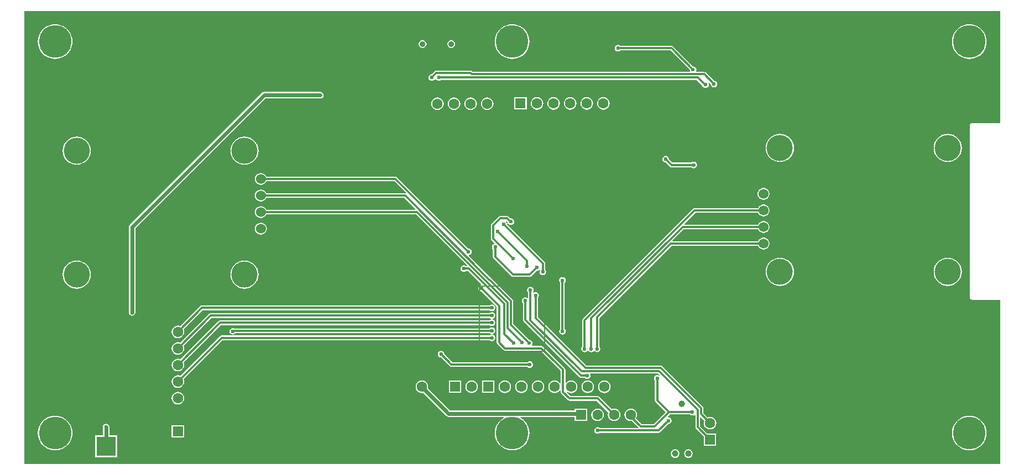
<source format=gbl>
G04*
G04 #@! TF.GenerationSoftware,Altium Limited,Altium NEXUS,2.1.9 (83)*
G04*
G04 Layer_Physical_Order=2*
G04 Layer_Color=16711680*
%FSLAX44Y44*%
%MOMM*%
G71*
G01*
G75*
%ADD11C,0.2000*%
%ADD79C,1.0000*%
%ADD103R,3.0000X3.0000*%
%ADD110C,0.3000*%
%ADD111C,0.6000*%
%ADD112C,1.6000*%
%ADD113R,1.6000X1.6000*%
%ADD114C,4.0000*%
%ADD115C,1.5240*%
%ADD116R,1.6000X1.6000*%
%ADD117C,5.0000*%
%ADD118C,0.9000*%
%ADD119C,0.6000*%
G36*
X1496941Y696941D02*
X1496941Y525059D01*
X1454000Y525059D01*
X1452829Y524826D01*
X1451837Y524163D01*
X1451174Y523171D01*
X1450941Y522000D01*
X1450941Y257500D01*
X1451174Y256329D01*
X1451837Y255337D01*
X1452829Y254674D01*
X1454000Y254441D01*
X1496941Y254441D01*
X1496942Y3059D01*
X3059Y3059D01*
X3059Y696941D01*
X1496941Y696941D01*
D02*
G37*
%LPC*%
G36*
X656797Y652517D02*
X654456Y652052D01*
X652472Y650726D01*
X651146Y648741D01*
X650680Y646400D01*
X651146Y644059D01*
X652472Y642074D01*
X654456Y640748D01*
X656797Y640283D01*
X659139Y640748D01*
X661123Y642074D01*
X662449Y644059D01*
X662915Y646400D01*
X662449Y648741D01*
X661123Y650726D01*
X659139Y652052D01*
X656797Y652517D01*
D02*
G37*
G36*
X612798D02*
X610456Y652052D01*
X608472Y650726D01*
X607146Y648741D01*
X606680Y646400D01*
X607146Y644059D01*
X608472Y642074D01*
X610456Y640748D01*
X612798Y640283D01*
X615139Y640748D01*
X617123Y642074D01*
X618449Y644059D01*
X618915Y646400D01*
X618449Y648741D01*
X617123Y650726D01*
X615139Y652052D01*
X612798Y652517D01*
D02*
G37*
G36*
X1450000Y676582D02*
X1445842Y676255D01*
X1441786Y675281D01*
X1437932Y673685D01*
X1434375Y671505D01*
X1431204Y668796D01*
X1428495Y665624D01*
X1426315Y662068D01*
X1424719Y658214D01*
X1423745Y654158D01*
X1423418Y650000D01*
X1423745Y645842D01*
X1424719Y641786D01*
X1426315Y637932D01*
X1428495Y634375D01*
X1431204Y631204D01*
X1434375Y628495D01*
X1437932Y626315D01*
X1441786Y624719D01*
X1445842Y623745D01*
X1450000Y623418D01*
X1454158Y623745D01*
X1458214Y624719D01*
X1462068Y626315D01*
X1465625Y628495D01*
X1468796Y631204D01*
X1471505Y634375D01*
X1473685Y637932D01*
X1475281Y641786D01*
X1476255Y645842D01*
X1476582Y650000D01*
X1476255Y654158D01*
X1475281Y658214D01*
X1473685Y662068D01*
X1471505Y665624D01*
X1468796Y668796D01*
X1465625Y671505D01*
X1462068Y673685D01*
X1458214Y675281D01*
X1454158Y676255D01*
X1450000Y676582D01*
D02*
G37*
G36*
X750000D02*
X745842Y676255D01*
X741786Y675281D01*
X737932Y673685D01*
X734376Y671505D01*
X731204Y668796D01*
X728495Y665624D01*
X726315Y662068D01*
X724719Y658214D01*
X723745Y654158D01*
X723418Y650000D01*
X723745Y645842D01*
X724719Y641786D01*
X726315Y637932D01*
X728495Y634375D01*
X731204Y631204D01*
X734376Y628495D01*
X737932Y626315D01*
X741786Y624719D01*
X745842Y623745D01*
X750000Y623418D01*
X754158Y623745D01*
X758214Y624719D01*
X762068Y626315D01*
X765624Y628495D01*
X768796Y631204D01*
X771505Y634375D01*
X773685Y637932D01*
X775281Y641786D01*
X776255Y645842D01*
X776582Y650000D01*
X776255Y654158D01*
X775281Y658214D01*
X773685Y662068D01*
X771505Y665624D01*
X768796Y668796D01*
X765624Y671505D01*
X762068Y673685D01*
X758214Y675281D01*
X754158Y676255D01*
X750000Y676582D01*
D02*
G37*
G36*
X50000D02*
X45842Y676255D01*
X41786Y675281D01*
X37932Y673685D01*
X34376Y671505D01*
X31204Y668796D01*
X28495Y665624D01*
X26315Y662068D01*
X24719Y658214D01*
X23745Y654158D01*
X23418Y650000D01*
X23745Y645842D01*
X24719Y641786D01*
X26315Y637932D01*
X28495Y634375D01*
X31204Y631204D01*
X34376Y628495D01*
X37932Y626315D01*
X41786Y624719D01*
X45842Y623745D01*
X50000Y623418D01*
X54158Y623745D01*
X58214Y624719D01*
X62068Y626315D01*
X65624Y628495D01*
X68796Y631204D01*
X71505Y634375D01*
X73685Y637932D01*
X75281Y641786D01*
X76255Y645842D01*
X76582Y650000D01*
X76255Y654158D01*
X75281Y658214D01*
X73685Y662068D01*
X71505Y665624D01*
X68796Y668796D01*
X65624Y671505D01*
X62068Y673685D01*
X58214Y675281D01*
X54158Y676255D01*
X50000Y676582D01*
D02*
G37*
G36*
X912000Y645098D02*
X910049Y644710D01*
X908395Y643605D01*
X907290Y641951D01*
X906902Y640000D01*
X907290Y638049D01*
X908395Y636395D01*
X910049Y635290D01*
X912000Y634902D01*
X913951Y635290D01*
X915605Y636395D01*
X915629Y636431D01*
X992519D01*
X1021908Y607042D01*
X1021900Y606999D01*
X1022288Y605048D01*
X1022528Y604689D01*
X1021929Y603569D01*
X689478D01*
X688523Y604523D01*
X687366Y605297D01*
X686000Y605569D01*
X634000D01*
X632634Y605297D01*
X631477Y604523D01*
X627043Y600089D01*
X627000Y600098D01*
X625049Y599710D01*
X623395Y598605D01*
X622290Y596951D01*
X621902Y595000D01*
X622290Y593049D01*
X623395Y591395D01*
X625049Y590290D01*
X627000Y589902D01*
X628951Y590290D01*
X630605Y591395D01*
X631710Y593049D01*
X631853Y593766D01*
X633147D01*
X633290Y593049D01*
X634395Y591395D01*
X636049Y590290D01*
X638000Y589902D01*
X639951Y590290D01*
X641605Y591395D01*
X641629Y591431D01*
X1032522D01*
X1041138Y582816D01*
X1041290Y582049D01*
X1042395Y580395D01*
X1044049Y579290D01*
X1046000Y578902D01*
X1047951Y579290D01*
X1049605Y580395D01*
X1050710Y582049D01*
X1051098Y584000D01*
X1050710Y585951D01*
X1050298Y586568D01*
X1051000Y587803D01*
X1051159Y587794D01*
X1053911Y585043D01*
X1053902Y585000D01*
X1054290Y583049D01*
X1055395Y581395D01*
X1057049Y580290D01*
X1059000Y579902D01*
X1060951Y580290D01*
X1062605Y581395D01*
X1063710Y583049D01*
X1064098Y585000D01*
X1063710Y586951D01*
X1062605Y588605D01*
X1060951Y589710D01*
X1059000Y590098D01*
X1058957Y590089D01*
X1046523Y602523D01*
X1045366Y603297D01*
X1044000Y603569D01*
X1032066D01*
X1031468Y604689D01*
X1031708Y605048D01*
X1032096Y606999D01*
X1031708Y608950D01*
X1030603Y610604D01*
X1028949Y611709D01*
X1026998Y612097D01*
X1026955Y612088D01*
X996520Y642523D01*
X995362Y643297D01*
X993997Y643569D01*
X915629D01*
X915605Y643605D01*
X913951Y644710D01*
X912000Y645098D01*
D02*
G37*
G36*
X772230Y564840D02*
X753230D01*
Y545840D01*
X772230D01*
Y564840D01*
D02*
G37*
G36*
X889730Y564922D02*
X887250Y564596D01*
X884939Y563639D01*
X882954Y562116D01*
X881431Y560131D01*
X880474Y557820D01*
X880148Y555340D01*
X880474Y552860D01*
X881431Y550549D01*
X882954Y548565D01*
X884939Y547042D01*
X887250Y546085D01*
X889730Y545759D01*
X892210Y546085D01*
X894521Y547042D01*
X896505Y548565D01*
X898028Y550549D01*
X898985Y552860D01*
X899312Y555340D01*
X898985Y557820D01*
X898028Y560131D01*
X896505Y562116D01*
X894521Y563639D01*
X892210Y564596D01*
X889730Y564922D01*
D02*
G37*
G36*
X864330D02*
X861850Y564596D01*
X859539Y563639D01*
X857554Y562116D01*
X856031Y560131D01*
X855074Y557820D01*
X854748Y555340D01*
X855074Y552860D01*
X856031Y550549D01*
X857554Y548565D01*
X859539Y547042D01*
X861850Y546085D01*
X864330Y545759D01*
X866810Y546085D01*
X869121Y547042D01*
X871105Y548565D01*
X872628Y550549D01*
X873585Y552860D01*
X873912Y555340D01*
X873585Y557820D01*
X872628Y560131D01*
X871105Y562116D01*
X869121Y563639D01*
X866810Y564596D01*
X864330Y564922D01*
D02*
G37*
G36*
X838930D02*
X836450Y564596D01*
X834139Y563639D01*
X832154Y562116D01*
X830631Y560131D01*
X829674Y557820D01*
X829348Y555340D01*
X829674Y552860D01*
X830631Y550549D01*
X832154Y548565D01*
X834139Y547042D01*
X836450Y546085D01*
X838930Y545759D01*
X841410Y546085D01*
X843721Y547042D01*
X845705Y548565D01*
X847228Y550549D01*
X848185Y552860D01*
X848512Y555340D01*
X848185Y557820D01*
X847228Y560131D01*
X845705Y562116D01*
X843721Y563639D01*
X841410Y564596D01*
X838930Y564922D01*
D02*
G37*
G36*
X813530D02*
X811050Y564596D01*
X808739Y563639D01*
X806754Y562116D01*
X805231Y560131D01*
X804274Y557820D01*
X803948Y555340D01*
X804274Y552860D01*
X805231Y550549D01*
X806754Y548565D01*
X808739Y547042D01*
X811050Y546085D01*
X813530Y545759D01*
X816010Y546085D01*
X818321Y547042D01*
X820305Y548565D01*
X821828Y550549D01*
X822785Y552860D01*
X823111Y555340D01*
X822785Y557820D01*
X821828Y560131D01*
X820305Y562116D01*
X818321Y563639D01*
X816010Y564596D01*
X813530Y564922D01*
D02*
G37*
G36*
X788130D02*
X785650Y564596D01*
X783339Y563639D01*
X781354Y562116D01*
X779831Y560131D01*
X778874Y557820D01*
X778548Y555340D01*
X778874Y552860D01*
X779831Y550549D01*
X781354Y548565D01*
X783339Y547042D01*
X785650Y546085D01*
X788130Y545759D01*
X790610Y546085D01*
X792921Y547042D01*
X794905Y548565D01*
X796428Y550549D01*
X797385Y552860D01*
X797711Y555340D01*
X797385Y557820D01*
X796428Y560131D01*
X794905Y562116D01*
X792921Y563639D01*
X790610Y564596D01*
X788130Y564922D01*
D02*
G37*
G36*
X711930Y564582D02*
X709450Y564255D01*
X707139Y563298D01*
X705154Y561776D01*
X703632Y559791D01*
X702674Y557480D01*
X702348Y555000D01*
X702674Y552520D01*
X703632Y550209D01*
X705154Y548225D01*
X707139Y546702D01*
X709450Y545745D01*
X711930Y545418D01*
X714410Y545745D01*
X716721Y546702D01*
X718705Y548225D01*
X720228Y550209D01*
X721186Y552520D01*
X721512Y555000D01*
X721186Y557480D01*
X720228Y559791D01*
X718705Y561776D01*
X716721Y563298D01*
X714410Y564255D01*
X711930Y564582D01*
D02*
G37*
G36*
X686530D02*
X684050Y564255D01*
X681739Y563298D01*
X679754Y561776D01*
X678232Y559791D01*
X677274Y557480D01*
X676948Y555000D01*
X677274Y552520D01*
X678232Y550209D01*
X679754Y548225D01*
X681739Y546702D01*
X684050Y545745D01*
X686530Y545418D01*
X689010Y545745D01*
X691321Y546702D01*
X693305Y548225D01*
X694828Y550209D01*
X695786Y552520D01*
X696112Y555000D01*
X695786Y557480D01*
X694828Y559791D01*
X693305Y561776D01*
X691321Y563298D01*
X689010Y564255D01*
X686530Y564582D01*
D02*
G37*
G36*
X661130D02*
X658650Y564255D01*
X656339Y563298D01*
X654354Y561776D01*
X652832Y559791D01*
X651874Y557480D01*
X651548Y555000D01*
X651874Y552520D01*
X652832Y550209D01*
X654354Y548225D01*
X656339Y546702D01*
X658650Y545745D01*
X661130Y545418D01*
X663610Y545745D01*
X665921Y546702D01*
X667905Y548225D01*
X669428Y550209D01*
X670386Y552520D01*
X670712Y555000D01*
X670386Y557480D01*
X669428Y559791D01*
X667905Y561776D01*
X665921Y563298D01*
X663610Y564255D01*
X661130Y564582D01*
D02*
G37*
G36*
X635730D02*
X633250Y564255D01*
X630939Y563298D01*
X628955Y561776D01*
X627432Y559791D01*
X626474Y557480D01*
X626148Y555000D01*
X626474Y552520D01*
X627432Y550209D01*
X628955Y548225D01*
X630939Y546702D01*
X633250Y545745D01*
X635730Y545418D01*
X638210Y545745D01*
X640521Y546702D01*
X642505Y548225D01*
X644028Y550209D01*
X644986Y552520D01*
X645312Y555000D01*
X644986Y557480D01*
X644028Y559791D01*
X642505Y561776D01*
X640521Y563298D01*
X638210Y564255D01*
X635730Y564582D01*
D02*
G37*
G36*
X1416926Y508684D02*
X1412711Y508269D01*
X1408658Y507039D01*
X1404924Y505043D01*
X1401650Y502356D01*
X1398963Y499082D01*
X1396967Y495348D01*
X1395737Y491295D01*
X1395322Y487080D01*
X1395737Y482865D01*
X1396967Y478812D01*
X1398963Y475078D01*
X1401650Y471804D01*
X1404924Y469117D01*
X1408658Y467121D01*
X1412711Y465891D01*
X1416926Y465476D01*
X1421141Y465891D01*
X1425193Y467121D01*
X1428929Y469117D01*
X1432202Y471804D01*
X1434889Y475078D01*
X1436886Y478812D01*
X1438115Y482865D01*
X1438530Y487080D01*
X1438115Y491295D01*
X1436886Y495348D01*
X1434889Y499082D01*
X1432202Y502356D01*
X1428929Y505043D01*
X1425193Y507039D01*
X1421141Y508269D01*
X1416926Y508684D01*
D02*
G37*
G36*
X1159926D02*
X1155711Y508269D01*
X1151658Y507039D01*
X1147924Y505043D01*
X1144650Y502356D01*
X1141963Y499082D01*
X1139967Y495348D01*
X1138737Y491295D01*
X1138322Y487080D01*
X1138737Y482865D01*
X1139967Y478812D01*
X1141963Y475078D01*
X1144650Y471804D01*
X1147924Y469117D01*
X1151658Y467121D01*
X1155711Y465891D01*
X1159926Y465476D01*
X1164141Y465891D01*
X1168194Y467121D01*
X1171928Y469117D01*
X1175202Y471804D01*
X1177889Y475078D01*
X1179885Y478812D01*
X1181115Y482865D01*
X1181530Y487080D01*
X1181115Y491295D01*
X1179885Y495348D01*
X1177889Y499082D01*
X1175202Y502356D01*
X1171928Y505043D01*
X1168194Y507039D01*
X1164141Y508269D01*
X1159926Y508684D01*
D02*
G37*
G36*
X340074Y504524D02*
X335859Y504109D01*
X331806Y502879D01*
X328072Y500883D01*
X324798Y498196D01*
X322111Y494923D01*
X320115Y491188D01*
X318885Y487135D01*
X318470Y482920D01*
X318885Y478705D01*
X320115Y474652D01*
X322111Y470918D01*
X324798Y467644D01*
X328072Y464957D01*
X331806Y462961D01*
X335859Y461731D01*
X340074Y461316D01*
X344289Y461731D01*
X348341Y462961D01*
X352076Y464957D01*
X355350Y467644D01*
X358037Y470918D01*
X360033Y474652D01*
X361263Y478705D01*
X361678Y482920D01*
X361263Y487135D01*
X360033Y491188D01*
X358037Y494923D01*
X355350Y498196D01*
X352076Y500883D01*
X348341Y502879D01*
X344289Y504109D01*
X340074Y504524D01*
D02*
G37*
G36*
X83074D02*
X78859Y504109D01*
X74806Y502879D01*
X71072Y500883D01*
X67798Y498196D01*
X65111Y494923D01*
X63115Y491188D01*
X61885Y487135D01*
X61470Y482920D01*
X61885Y478705D01*
X63115Y474652D01*
X65111Y470918D01*
X67798Y467644D01*
X71072Y464957D01*
X74806Y462961D01*
X78859Y461731D01*
X83074Y461316D01*
X87289Y461731D01*
X91341Y462961D01*
X95077Y464957D01*
X98350Y467644D01*
X101037Y470918D01*
X103034Y474652D01*
X104263Y478705D01*
X104678Y482920D01*
X104263Y487135D01*
X103034Y491188D01*
X101037Y494923D01*
X98350Y498196D01*
X95077Y500883D01*
X91341Y502879D01*
X87289Y504109D01*
X83074Y504524D01*
D02*
G37*
G36*
X985000Y475098D02*
X983049Y474710D01*
X981395Y473605D01*
X980290Y471951D01*
X979902Y470000D01*
X980290Y468049D01*
X981395Y466395D01*
X983049Y465290D01*
X985000Y464902D01*
X985043Y464911D01*
X991477Y458477D01*
X992634Y457703D01*
X994000Y457431D01*
X1024371D01*
X1024395Y457395D01*
X1026049Y456290D01*
X1028000Y455902D01*
X1029951Y456290D01*
X1031605Y457395D01*
X1032710Y459049D01*
X1033098Y461000D01*
X1032710Y462951D01*
X1031605Y464605D01*
X1029951Y465710D01*
X1028000Y466098D01*
X1026049Y465710D01*
X1024395Y464605D01*
X1024371Y464569D01*
X995478D01*
X990089Y469957D01*
X990098Y470000D01*
X989710Y471951D01*
X988605Y473605D01*
X986951Y474710D01*
X985000Y475098D01*
D02*
G37*
G36*
X365074Y448719D02*
X362693Y448405D01*
X360475Y447486D01*
X358569Y446025D01*
X357108Y444119D01*
X356189Y441901D01*
X355875Y439520D01*
X356189Y437139D01*
X357108Y434921D01*
X358569Y433016D01*
X360475Y431554D01*
X362693Y430635D01*
X365074Y430321D01*
X367455Y430635D01*
X369673Y431554D01*
X371578Y433016D01*
X373040Y434921D01*
X373467Y435951D01*
X570002D01*
X587205Y418748D01*
X586580Y417578D01*
X586022Y417689D01*
X373467D01*
X373040Y418719D01*
X371578Y420625D01*
X369673Y422086D01*
X367455Y423005D01*
X365074Y423319D01*
X362693Y423005D01*
X360475Y422086D01*
X358569Y420625D01*
X357108Y418719D01*
X356189Y416501D01*
X355875Y414120D01*
X356189Y411739D01*
X357108Y409521D01*
X358569Y407616D01*
X360475Y406154D01*
X362693Y405235D01*
X365074Y404921D01*
X367455Y405235D01*
X369673Y406154D01*
X371578Y407616D01*
X373040Y409521D01*
X373467Y410551D01*
X584544D01*
X601633Y393462D01*
X601147Y392289D01*
X373467D01*
X373040Y393319D01*
X371578Y395224D01*
X369673Y396686D01*
X367455Y397605D01*
X365074Y397919D01*
X362693Y397605D01*
X360475Y396686D01*
X358569Y395224D01*
X357108Y393319D01*
X356189Y391101D01*
X355875Y388720D01*
X356189Y386339D01*
X357108Y384121D01*
X358569Y382215D01*
X360475Y380754D01*
X362693Y379835D01*
X365074Y379521D01*
X367455Y379835D01*
X369673Y380754D01*
X371578Y382215D01*
X373040Y384121D01*
X373467Y385151D01*
X602873D01*
X681282Y306742D01*
X680816Y305616D01*
X679623Y305578D01*
X679605Y305605D01*
X677951Y306710D01*
X676000Y307098D01*
X674049Y306710D01*
X672395Y305605D01*
X671290Y303951D01*
X670902Y302000D01*
X671290Y300049D01*
X672395Y298395D01*
X674049Y297290D01*
X676000Y296902D01*
X677951Y297290D01*
X679605Y298395D01*
X679629Y298431D01*
X682522D01*
X702633Y278320D01*
X702215Y276942D01*
X701049Y276710D01*
X699395Y275605D01*
X698290Y273951D01*
X697902Y272000D01*
X698290Y270049D01*
X699395Y268395D01*
X701049Y267290D01*
X703000Y266902D01*
X703043Y266910D01*
X723256Y246697D01*
X722447Y245710D01*
X720951Y246710D01*
X719000Y247098D01*
X717049Y246710D01*
X715395Y245605D01*
X715371Y245569D01*
X274800D01*
X273434Y245297D01*
X272277Y244523D01*
X241702Y213949D01*
X240480Y214456D01*
X238000Y214782D01*
X235520Y214456D01*
X233209Y213498D01*
X231225Y211975D01*
X229702Y209991D01*
X228745Y207680D01*
X228418Y205200D01*
X228745Y202720D01*
X229702Y200409D01*
X231225Y198424D01*
X233209Y196902D01*
X235520Y195944D01*
X238000Y195618D01*
X240480Y195944D01*
X242791Y196902D01*
X244776Y198424D01*
X246298Y200409D01*
X247255Y202720D01*
X247582Y205200D01*
X247255Y207680D01*
X246749Y208902D01*
X276278Y238431D01*
X715371D01*
X715395Y238395D01*
X717049Y237290D01*
X719000Y236902D01*
X720951Y237290D01*
X722605Y238395D01*
X723710Y240049D01*
X724098Y242000D01*
X723710Y243951D01*
X722710Y245447D01*
X723697Y246256D01*
X726431Y243522D01*
Y189000D01*
X726703Y187634D01*
X727477Y186477D01*
X736477Y177477D01*
X737634Y176703D01*
X739000Y176431D01*
X793522D01*
X814977Y154977D01*
X815276Y154776D01*
X815477Y154477D01*
X824431Y145522D01*
Y125891D01*
X823161Y125638D01*
X823098Y125791D01*
X821575Y127775D01*
X819591Y129298D01*
X817280Y130255D01*
X814800Y130582D01*
X812320Y130255D01*
X810009Y129298D01*
X808025Y127775D01*
X806502Y125791D01*
X805545Y123480D01*
X805218Y121000D01*
X805545Y118520D01*
X806502Y116209D01*
X808025Y114225D01*
X810009Y112702D01*
X812320Y111745D01*
X814800Y111418D01*
X817280Y111745D01*
X819591Y112702D01*
X821575Y114225D01*
X823098Y116209D01*
X823161Y116362D01*
X824431Y116109D01*
Y113000D01*
X824703Y111634D01*
X825477Y110477D01*
X835477Y100477D01*
X836634Y99703D01*
X838000Y99431D01*
X879522D01*
X897251Y81702D01*
X896745Y80480D01*
X896418Y78000D01*
X896745Y75520D01*
X897702Y73209D01*
X899224Y71224D01*
X901209Y69702D01*
X903520Y68745D01*
X906000Y68418D01*
X908480Y68745D01*
X910791Y69702D01*
X912775Y71224D01*
X914298Y73209D01*
X915255Y75520D01*
X915582Y78000D01*
X915255Y80480D01*
X914298Y82791D01*
X912775Y84775D01*
X910791Y86298D01*
X908480Y87255D01*
X906000Y87582D01*
X903520Y87255D01*
X902298Y86749D01*
X883523Y105523D01*
X882366Y106297D01*
X881000Y106569D01*
X839478D01*
X833418Y112629D01*
X834257Y113586D01*
X835409Y112702D01*
X837720Y111745D01*
X840200Y111418D01*
X842680Y111745D01*
X844991Y112702D01*
X846975Y114225D01*
X848498Y116209D01*
X849455Y118520D01*
X849782Y121000D01*
X849455Y123480D01*
X848498Y125791D01*
X846975Y127775D01*
X844991Y129298D01*
X842680Y130255D01*
X840200Y130582D01*
X837720Y130255D01*
X835409Y129298D01*
X833425Y127775D01*
X832839Y127012D01*
X831569Y127443D01*
Y147000D01*
X831297Y148366D01*
X830523Y149523D01*
X820523Y159523D01*
X820224Y159724D01*
X820023Y160023D01*
X797523Y182523D01*
X796366Y183297D01*
X795000Y183569D01*
X780480D01*
X779901Y184839D01*
X780710Y186049D01*
X781098Y188000D01*
X780710Y189951D01*
X779605Y191605D01*
X777951Y192710D01*
X776000Y193098D01*
X775957Y193090D01*
X751569Y217478D01*
Y252142D01*
X751297Y253508D01*
X750523Y254666D01*
X718094Y287094D01*
X717837Y287266D01*
X717665Y287523D01*
X683485Y321704D01*
X683903Y323082D01*
X684951Y323290D01*
X686605Y324395D01*
X687710Y326049D01*
X688098Y328000D01*
X687710Y329951D01*
X686605Y331605D01*
X684951Y332710D01*
X683000Y333098D01*
X682957Y333089D01*
X574003Y442043D01*
X572846Y442817D01*
X571480Y443089D01*
X373467D01*
X373040Y444119D01*
X371578Y446025D01*
X369673Y447486D01*
X367455Y448405D01*
X365074Y448719D01*
D02*
G37*
G36*
X1134926Y425879D02*
X1132545Y425565D01*
X1130327Y424646D01*
X1128421Y423185D01*
X1126960Y421279D01*
X1126041Y419061D01*
X1125727Y416680D01*
X1126041Y414299D01*
X1126960Y412081D01*
X1128421Y410176D01*
X1130327Y408714D01*
X1132545Y407795D01*
X1134926Y407481D01*
X1137307Y407795D01*
X1139525Y408714D01*
X1141431Y410176D01*
X1142892Y412081D01*
X1143811Y414299D01*
X1144125Y416680D01*
X1143811Y419061D01*
X1142892Y421279D01*
X1141431Y423185D01*
X1139525Y424646D01*
X1137307Y425565D01*
X1134926Y425879D01*
D02*
G37*
G36*
Y400479D02*
X1132545Y400165D01*
X1130327Y399246D01*
X1128421Y397785D01*
X1126960Y395879D01*
X1126533Y394849D01*
X1029280D01*
X1027914Y394577D01*
X1026757Y393803D01*
X858477Y225523D01*
X857703Y224366D01*
X857431Y223000D01*
Y182629D01*
X857395Y182605D01*
X856290Y180951D01*
X855902Y179000D01*
X856290Y177049D01*
X857395Y175395D01*
X859049Y174290D01*
X861000Y173902D01*
X862951Y174290D01*
X864605Y175395D01*
X865236Y176340D01*
X866764D01*
X867395Y175395D01*
X869049Y174290D01*
X871000Y173902D01*
X872951Y174290D01*
X874605Y175395D01*
X874865Y175785D01*
X876135D01*
X876395Y175395D01*
X878049Y174290D01*
X880000Y173902D01*
X881951Y174290D01*
X883605Y175395D01*
X884710Y177049D01*
X885098Y179000D01*
X884710Y180951D01*
X883605Y182605D01*
X883569Y182629D01*
Y226380D01*
X994100Y336911D01*
X1126533D01*
X1126960Y335881D01*
X1128421Y333976D01*
X1130327Y332514D01*
X1132545Y331595D01*
X1134926Y331281D01*
X1137307Y331595D01*
X1139525Y332514D01*
X1141431Y333976D01*
X1142892Y335881D01*
X1143811Y338099D01*
X1144125Y340480D01*
X1143811Y342861D01*
X1142892Y345079D01*
X1141431Y346984D01*
X1139525Y348446D01*
X1137307Y349365D01*
X1134926Y349679D01*
X1132545Y349365D01*
X1130327Y348446D01*
X1128421Y346984D01*
X1126960Y345079D01*
X1126533Y344049D01*
X995826D01*
X995340Y345222D01*
X1012429Y362311D01*
X1126533D01*
X1126960Y361281D01*
X1128421Y359376D01*
X1130327Y357914D01*
X1132545Y356995D01*
X1134926Y356681D01*
X1137307Y356995D01*
X1139525Y357914D01*
X1141431Y359376D01*
X1142892Y361281D01*
X1143811Y363499D01*
X1144125Y365880D01*
X1143811Y368261D01*
X1142892Y370479D01*
X1141431Y372384D01*
X1139525Y373846D01*
X1137307Y374765D01*
X1134926Y375079D01*
X1132545Y374765D01*
X1130327Y373846D01*
X1128421Y372384D01*
X1126960Y370479D01*
X1126533Y369449D01*
X1014155D01*
X1013669Y370622D01*
X1030758Y387711D01*
X1126533D01*
X1126960Y386681D01*
X1128421Y384776D01*
X1130327Y383314D01*
X1132545Y382395D01*
X1134926Y382081D01*
X1137307Y382395D01*
X1139525Y383314D01*
X1141431Y384776D01*
X1142892Y386681D01*
X1143811Y388899D01*
X1144125Y391280D01*
X1143811Y393661D01*
X1142892Y395879D01*
X1141431Y397785D01*
X1139525Y399246D01*
X1137307Y400165D01*
X1134926Y400479D01*
D02*
G37*
G36*
X742393Y382569D02*
X732000D01*
X730634Y382297D01*
X729477Y381523D01*
X718477Y370523D01*
X717703Y369366D01*
X717431Y368000D01*
Y348000D01*
X717703Y346634D01*
X718477Y345477D01*
X722927Y341026D01*
X722558Y339811D01*
X722049Y339710D01*
X720395Y338605D01*
X719290Y336951D01*
X718902Y335000D01*
X719290Y333049D01*
X720395Y331395D01*
X720431Y331371D01*
Y320000D01*
X720703Y318634D01*
X721477Y317477D01*
X748477Y290477D01*
X749634Y289703D01*
X751000Y289431D01*
X777000D01*
X778366Y289703D01*
X779523Y290477D01*
X787957Y298911D01*
X788000Y298902D01*
X789951Y299290D01*
X791280Y300178D01*
X792429Y299988D01*
X792754Y299828D01*
X792796Y299708D01*
X792290Y298951D01*
X791902Y297000D01*
X792290Y295049D01*
X793395Y293395D01*
X795049Y292290D01*
X797000Y291902D01*
X798951Y292290D01*
X800605Y293395D01*
X801710Y295049D01*
X802098Y297000D01*
X801710Y298951D01*
X800605Y300605D01*
X800569Y300629D01*
Y310000D01*
X800297Y311366D01*
X799523Y312523D01*
X742089Y369957D01*
X742098Y370000D01*
X741710Y371951D01*
X740605Y373605D01*
X740933Y374913D01*
X741352Y374995D01*
X743040Y373307D01*
X743290Y372049D01*
X744395Y370395D01*
X746049Y369290D01*
X748000Y368902D01*
X749951Y369290D01*
X751605Y370395D01*
X752710Y372049D01*
X753098Y374000D01*
X752710Y375951D01*
X751605Y377605D01*
X749951Y378710D01*
X748000Y379098D01*
X747451Y378989D01*
X744917Y381523D01*
X743759Y382297D01*
X742393Y382569D01*
D02*
G37*
G36*
X365074Y372519D02*
X362693Y372205D01*
X360475Y371286D01*
X358569Y369824D01*
X357108Y367919D01*
X356189Y365701D01*
X355875Y363320D01*
X356189Y360939D01*
X357108Y358721D01*
X358569Y356815D01*
X360475Y355354D01*
X362693Y354435D01*
X365074Y354121D01*
X367455Y354435D01*
X369673Y355354D01*
X371578Y356815D01*
X373040Y358721D01*
X373959Y360939D01*
X374273Y363320D01*
X373959Y365701D01*
X373040Y367919D01*
X371578Y369824D01*
X369673Y371286D01*
X367455Y372205D01*
X365074Y372519D01*
D02*
G37*
G36*
X1416926Y318684D02*
X1412711Y318269D01*
X1408658Y317040D01*
X1404924Y315043D01*
X1401650Y312356D01*
X1398963Y309083D01*
X1396967Y305347D01*
X1395737Y301295D01*
X1395322Y297080D01*
X1395737Y292865D01*
X1396967Y288813D01*
X1398963Y285077D01*
X1401650Y281804D01*
X1404924Y279117D01*
X1408658Y277120D01*
X1412711Y275891D01*
X1416926Y275476D01*
X1421141Y275891D01*
X1425193Y277120D01*
X1428929Y279117D01*
X1432202Y281804D01*
X1434889Y285077D01*
X1436886Y288813D01*
X1438115Y292865D01*
X1438530Y297080D01*
X1438115Y301295D01*
X1436886Y305347D01*
X1434889Y309083D01*
X1432202Y312356D01*
X1428929Y315043D01*
X1425193Y317040D01*
X1421141Y318269D01*
X1416926Y318684D01*
D02*
G37*
G36*
X1159926D02*
X1155711Y318269D01*
X1151658Y317040D01*
X1147924Y315043D01*
X1144650Y312356D01*
X1141963Y309083D01*
X1139967Y305347D01*
X1138737Y301295D01*
X1138322Y297080D01*
X1138737Y292865D01*
X1139967Y288813D01*
X1141963Y285077D01*
X1144650Y281804D01*
X1147924Y279117D01*
X1151658Y277120D01*
X1155711Y275891D01*
X1159926Y275476D01*
X1164141Y275891D01*
X1168194Y277120D01*
X1171928Y279117D01*
X1175202Y281804D01*
X1177889Y285077D01*
X1179885Y288813D01*
X1181115Y292865D01*
X1181530Y297080D01*
X1181115Y301295D01*
X1179885Y305347D01*
X1177889Y309083D01*
X1175202Y312356D01*
X1171928Y315043D01*
X1168194Y317040D01*
X1164141Y318269D01*
X1159926Y318684D01*
D02*
G37*
G36*
X340074Y314524D02*
X335859Y314109D01*
X331806Y312880D01*
X328072Y310883D01*
X324798Y308196D01*
X322111Y304923D01*
X320115Y301187D01*
X318885Y297135D01*
X318470Y292920D01*
X318885Y288705D01*
X320115Y284653D01*
X322111Y280917D01*
X324798Y277644D01*
X328072Y274957D01*
X331806Y272960D01*
X335859Y271731D01*
X340074Y271316D01*
X344289Y271731D01*
X348341Y272960D01*
X352076Y274957D01*
X355350Y277644D01*
X358037Y280917D01*
X360033Y284653D01*
X361263Y288705D01*
X361678Y292920D01*
X361263Y297135D01*
X360033Y301187D01*
X358037Y304923D01*
X355350Y308196D01*
X352076Y310883D01*
X348341Y312880D01*
X344289Y314109D01*
X340074Y314524D01*
D02*
G37*
G36*
X83074D02*
X78859Y314109D01*
X74806Y312880D01*
X71072Y310883D01*
X67798Y308196D01*
X65111Y304923D01*
X63115Y301187D01*
X61885Y297135D01*
X61470Y292920D01*
X61885Y288705D01*
X63115Y284653D01*
X65111Y280917D01*
X67798Y277644D01*
X71072Y274957D01*
X74806Y272960D01*
X78859Y271731D01*
X83074Y271316D01*
X87289Y271731D01*
X91341Y272960D01*
X95077Y274957D01*
X98350Y277644D01*
X101037Y280917D01*
X103034Y284653D01*
X104263Y288705D01*
X104678Y292920D01*
X104263Y297135D01*
X103034Y301187D01*
X101037Y304923D01*
X98350Y308196D01*
X95077Y310883D01*
X91341Y312880D01*
X87289Y314109D01*
X83074Y314524D01*
D02*
G37*
G36*
X778000Y274098D02*
X776049Y273710D01*
X774395Y272605D01*
X773290Y270951D01*
X772902Y269000D01*
X773290Y267049D01*
X774395Y265395D01*
X774431Y265371D01*
Y257480D01*
X773161Y256901D01*
X771951Y257710D01*
X770000Y258098D01*
X768049Y257710D01*
X766395Y256605D01*
X765290Y254951D01*
X764902Y253000D01*
X765290Y251049D01*
X766395Y249395D01*
X766431Y249371D01*
Y223929D01*
X766703Y222563D01*
X767477Y221406D01*
X853406Y135477D01*
X854563Y134703D01*
X855929Y134431D01*
X861371D01*
X861395Y134395D01*
X863049Y133290D01*
X865000Y132902D01*
X866951Y133290D01*
X868605Y134395D01*
X869710Y136049D01*
X870098Y138000D01*
X869710Y139951D01*
X869469Y140311D01*
X870068Y141431D01*
X973522D01*
X975794Y139159D01*
X975803Y139000D01*
X974568Y138298D01*
X973951Y138710D01*
X972000Y139098D01*
X970049Y138710D01*
X968395Y137605D01*
X967290Y135951D01*
X966902Y134000D01*
X967290Y132049D01*
X968395Y130395D01*
X968431Y130371D01*
Y100000D01*
X968703Y98634D01*
X969477Y97477D01*
X984953Y82000D01*
X966522Y63569D01*
X948478D01*
X939325Y72722D01*
X939698Y73209D01*
X940655Y75520D01*
X940982Y78000D01*
X940655Y80480D01*
X939698Y82791D01*
X938175Y84775D01*
X936191Y86298D01*
X933880Y87255D01*
X931400Y87582D01*
X928920Y87255D01*
X926609Y86298D01*
X924624Y84775D01*
X923102Y82791D01*
X922144Y80480D01*
X921818Y78000D01*
X922144Y75520D01*
X923102Y73209D01*
X924624Y71224D01*
X926609Y69702D01*
X928920Y68745D01*
X931400Y68418D01*
X933287Y68667D01*
X943211Y58742D01*
X942725Y57569D01*
X884629D01*
X884605Y57605D01*
X882951Y58710D01*
X881000Y59098D01*
X879049Y58710D01*
X877395Y57605D01*
X876290Y55951D01*
X875902Y54000D01*
X876290Y52049D01*
X877395Y50395D01*
X879049Y49290D01*
X881000Y48902D01*
X882951Y49290D01*
X884605Y50395D01*
X884629Y50431D01*
X974000D01*
X975366Y50703D01*
X976523Y51477D01*
X988957Y63910D01*
X989000Y63902D01*
X990951Y64290D01*
X992605Y65395D01*
X993710Y67049D01*
X994098Y69000D01*
X993710Y70951D01*
X992605Y72605D01*
X990951Y73710D01*
X989000Y74098D01*
X988926Y74083D01*
X988300Y75254D01*
X991478Y78431D01*
X1022371D01*
X1022395Y78395D01*
X1024049Y77290D01*
X1026000Y76902D01*
X1027951Y77290D01*
X1029161Y78099D01*
X1030431Y77520D01*
Y59000D01*
X1030703Y57634D01*
X1031477Y56477D01*
X1043500Y44453D01*
Y30500D01*
X1062500D01*
Y49500D01*
X1048547D01*
X1037569Y60478D01*
Y74125D01*
X1038742Y74611D01*
X1044251Y69102D01*
X1043745Y67880D01*
X1043418Y65400D01*
X1043745Y62920D01*
X1044702Y60609D01*
X1046225Y58625D01*
X1048209Y57102D01*
X1050520Y56144D01*
X1053000Y55818D01*
X1055480Y56144D01*
X1057791Y57102D01*
X1059775Y58625D01*
X1061298Y60609D01*
X1062255Y62920D01*
X1062582Y65400D01*
X1062255Y67880D01*
X1061298Y70191D01*
X1059775Y72175D01*
X1057791Y73698D01*
X1055480Y74655D01*
X1053000Y74982D01*
X1050520Y74655D01*
X1049298Y74149D01*
X1042569Y80878D01*
Y88071D01*
X1042297Y89437D01*
X1041523Y90594D01*
X979594Y152523D01*
X978437Y153297D01*
X977071Y153569D01*
X883000D01*
X883000Y153569D01*
X863478D01*
X789569Y227478D01*
Y257371D01*
X789605Y257395D01*
X790710Y259049D01*
X791098Y261000D01*
X790710Y262951D01*
X789605Y264605D01*
X787951Y265710D01*
X786000Y266098D01*
X784049Y265710D01*
X782839Y264901D01*
X782727Y264942D01*
X781974Y265948D01*
X782710Y267049D01*
X783098Y269000D01*
X782710Y270951D01*
X781605Y272605D01*
X779951Y273710D01*
X778000Y274098D01*
D02*
G37*
G36*
X456000Y573098D02*
X370000D01*
X368049Y572710D01*
X366395Y571605D01*
X164395Y369605D01*
X163290Y367951D01*
X162902Y366000D01*
Y235000D01*
X163290Y233049D01*
X164395Y231395D01*
X166049Y230290D01*
X168000Y229902D01*
X169951Y230290D01*
X171605Y231395D01*
X172710Y233049D01*
X173098Y235000D01*
Y363888D01*
X372112Y562902D01*
X456000D01*
X457951Y563290D01*
X459605Y564395D01*
X460710Y566049D01*
X461098Y568000D01*
X460710Y569951D01*
X459605Y571605D01*
X457951Y572710D01*
X456000Y573098D01*
D02*
G37*
G36*
X719000Y235098D02*
X717049Y234710D01*
X715395Y233605D01*
X715371Y233569D01*
X288200D01*
X286834Y233297D01*
X285677Y232523D01*
X241702Y188549D01*
X240480Y189056D01*
X238000Y189382D01*
X235520Y189056D01*
X233209Y188098D01*
X231225Y186575D01*
X229702Y184591D01*
X228745Y182280D01*
X228418Y179800D01*
X228745Y177320D01*
X229702Y175009D01*
X231225Y173025D01*
X233209Y171502D01*
X235520Y170544D01*
X238000Y170218D01*
X240480Y170544D01*
X242791Y171502D01*
X244776Y173025D01*
X246298Y175009D01*
X247255Y177320D01*
X247582Y179800D01*
X247255Y182280D01*
X246749Y183502D01*
X289678Y226431D01*
X715371D01*
X715395Y226395D01*
X717049Y225290D01*
X717766Y225147D01*
Y223853D01*
X717049Y223710D01*
X715395Y222605D01*
X715371Y222569D01*
X302600D01*
X301234Y222297D01*
X300077Y221523D01*
X241702Y163149D01*
X240480Y163655D01*
X238000Y163982D01*
X235520Y163655D01*
X233209Y162698D01*
X231225Y161175D01*
X229702Y159191D01*
X228745Y156880D01*
X228418Y154400D01*
X228745Y151920D01*
X229702Y149609D01*
X231225Y147625D01*
X233209Y146102D01*
X235520Y145145D01*
X238000Y144818D01*
X240480Y145145D01*
X242791Y146102D01*
X244776Y147625D01*
X246298Y149609D01*
X247255Y151920D01*
X247582Y154400D01*
X247255Y156880D01*
X246749Y158102D01*
X304078Y215431D01*
X715371D01*
X715395Y215395D01*
X717049Y214290D01*
X719000Y213902D01*
X720951Y214290D01*
X722605Y215395D01*
X723710Y217049D01*
X724098Y219000D01*
X723710Y220951D01*
X722605Y222605D01*
X720951Y223710D01*
X720234Y223853D01*
Y225147D01*
X720951Y225290D01*
X722605Y226395D01*
X723710Y228049D01*
X724098Y230000D01*
X723710Y231951D01*
X722605Y233605D01*
X720951Y234710D01*
X719000Y235098D01*
D02*
G37*
G36*
Y212098D02*
X717049Y211710D01*
X715395Y210605D01*
X715037Y210069D01*
X324911D01*
X323951Y210710D01*
X322000Y211098D01*
X320049Y210710D01*
X318395Y209605D01*
X317290Y207951D01*
X316902Y206000D01*
X317290Y204049D01*
X318395Y202395D01*
X320049Y201290D01*
X322000Y200902D01*
X323951Y201290D01*
X325605Y202395D01*
X325963Y202931D01*
X716089D01*
X717049Y202290D01*
X717766Y202147D01*
Y200853D01*
X717049Y200710D01*
X715395Y199605D01*
X715371Y199569D01*
X305000D01*
X303634Y199297D01*
X302477Y198523D01*
X241702Y137749D01*
X240480Y138256D01*
X238000Y138582D01*
X235520Y138256D01*
X233209Y137298D01*
X231225Y135775D01*
X229702Y133791D01*
X228745Y131480D01*
X228418Y129000D01*
X228745Y126520D01*
X229702Y124209D01*
X231225Y122225D01*
X233209Y120702D01*
X235520Y119745D01*
X238000Y119418D01*
X240480Y119745D01*
X242791Y120702D01*
X244776Y122225D01*
X246298Y124209D01*
X247255Y126520D01*
X247582Y129000D01*
X247255Y131480D01*
X246749Y132702D01*
X306478Y192431D01*
X715371D01*
X715395Y192395D01*
X717049Y191290D01*
X719000Y190902D01*
X720951Y191290D01*
X722605Y192395D01*
X723710Y194049D01*
X724098Y196000D01*
X723710Y197951D01*
X722605Y199605D01*
X720951Y200710D01*
X720234Y200853D01*
Y202147D01*
X720951Y202290D01*
X722605Y203395D01*
X723710Y205049D01*
X724098Y207000D01*
X723710Y208951D01*
X722605Y210605D01*
X720951Y211710D01*
X719000Y212098D01*
D02*
G37*
G36*
X827000Y289098D02*
X825049Y288710D01*
X823395Y287605D01*
X822290Y285951D01*
X821902Y284000D01*
X822290Y282049D01*
X823395Y280395D01*
X823431Y280371D01*
Y209629D01*
X823395Y209605D01*
X822290Y207951D01*
X821902Y206000D01*
X822290Y204049D01*
X823395Y202395D01*
X825049Y201290D01*
X827000Y200902D01*
X828951Y201290D01*
X830605Y202395D01*
X831710Y204049D01*
X832098Y206000D01*
X831710Y207951D01*
X830605Y209605D01*
X830569Y209629D01*
Y280371D01*
X830605Y280395D01*
X831710Y282049D01*
X832098Y284000D01*
X831710Y285951D01*
X830605Y287605D01*
X828951Y288710D01*
X827000Y289098D01*
D02*
G37*
G36*
X641000Y176098D02*
X639049Y175710D01*
X637395Y174605D01*
X636290Y172951D01*
X635902Y171000D01*
X636290Y169049D01*
X637395Y167395D01*
X639049Y166290D01*
X641000Y165902D01*
X641043Y165910D01*
X654477Y152477D01*
X655634Y151703D01*
X657000Y151431D01*
X773371D01*
X773395Y151395D01*
X775049Y150290D01*
X777000Y149902D01*
X778951Y150290D01*
X780605Y151395D01*
X781710Y153049D01*
X782098Y155000D01*
X781710Y156951D01*
X780605Y158605D01*
X778951Y159710D01*
X777000Y160098D01*
X775049Y159710D01*
X773395Y158605D01*
X773371Y158569D01*
X658478D01*
X646089Y170957D01*
X646098Y171000D01*
X645710Y172951D01*
X644605Y174605D01*
X642951Y175710D01*
X641000Y176098D01*
D02*
G37*
G36*
X722700Y130500D02*
X703700D01*
Y111500D01*
X722700D01*
Y130500D01*
D02*
G37*
G36*
X671900D02*
X652900D01*
Y111500D01*
X671900D01*
Y130500D01*
D02*
G37*
G36*
X891000Y130582D02*
X888520Y130255D01*
X886209Y129298D01*
X884224Y127775D01*
X882702Y125791D01*
X881745Y123480D01*
X881418Y121000D01*
X881745Y118520D01*
X882702Y116209D01*
X884224Y114225D01*
X886209Y112702D01*
X888520Y111745D01*
X891000Y111418D01*
X893480Y111745D01*
X895791Y112702D01*
X897775Y114225D01*
X899298Y116209D01*
X900256Y118520D01*
X900582Y121000D01*
X900256Y123480D01*
X899298Y125791D01*
X897775Y127775D01*
X895791Y129298D01*
X893480Y130255D01*
X891000Y130582D01*
D02*
G37*
G36*
X865600D02*
X863120Y130255D01*
X860809Y129298D01*
X858824Y127775D01*
X857302Y125791D01*
X856345Y123480D01*
X856018Y121000D01*
X856345Y118520D01*
X857302Y116209D01*
X858824Y114225D01*
X860809Y112702D01*
X863120Y111745D01*
X865600Y111418D01*
X868080Y111745D01*
X870391Y112702D01*
X872375Y114225D01*
X873898Y116209D01*
X874855Y118520D01*
X875182Y121000D01*
X874855Y123480D01*
X873898Y125791D01*
X872375Y127775D01*
X870391Y129298D01*
X868080Y130255D01*
X865600Y130582D01*
D02*
G37*
G36*
X789400D02*
X786920Y130255D01*
X784609Y129298D01*
X782625Y127775D01*
X781102Y125791D01*
X780145Y123480D01*
X779818Y121000D01*
X780145Y118520D01*
X781102Y116209D01*
X782625Y114225D01*
X784609Y112702D01*
X786920Y111745D01*
X789400Y111418D01*
X791880Y111745D01*
X794191Y112702D01*
X796175Y114225D01*
X797698Y116209D01*
X798655Y118520D01*
X798982Y121000D01*
X798655Y123480D01*
X797698Y125791D01*
X796175Y127775D01*
X794191Y129298D01*
X791880Y130255D01*
X789400Y130582D01*
D02*
G37*
G36*
X764000D02*
X761520Y130255D01*
X759209Y129298D01*
X757225Y127775D01*
X755702Y125791D01*
X754744Y123480D01*
X754418Y121000D01*
X754744Y118520D01*
X755702Y116209D01*
X757225Y114225D01*
X759209Y112702D01*
X761520Y111745D01*
X764000Y111418D01*
X766480Y111745D01*
X768791Y112702D01*
X770775Y114225D01*
X772298Y116209D01*
X773255Y118520D01*
X773582Y121000D01*
X773255Y123480D01*
X772298Y125791D01*
X770775Y127775D01*
X768791Y129298D01*
X766480Y130255D01*
X764000Y130582D01*
D02*
G37*
G36*
X738600D02*
X736120Y130255D01*
X733809Y129298D01*
X731824Y127775D01*
X730302Y125791D01*
X729344Y123480D01*
X729018Y121000D01*
X729344Y118520D01*
X730302Y116209D01*
X731824Y114225D01*
X733809Y112702D01*
X736120Y111745D01*
X738600Y111418D01*
X741080Y111745D01*
X743391Y112702D01*
X745375Y114225D01*
X746898Y116209D01*
X747856Y118520D01*
X748182Y121000D01*
X747856Y123480D01*
X746898Y125791D01*
X745375Y127775D01*
X743391Y129298D01*
X741080Y130255D01*
X738600Y130582D01*
D02*
G37*
G36*
X687802Y130580D02*
X685322Y130254D01*
X683011Y129297D01*
X681026Y127774D01*
X679503Y125789D01*
X678546Y123478D01*
X678220Y120998D01*
X678546Y118518D01*
X679503Y116207D01*
X681026Y114223D01*
X683011Y112700D01*
X685322Y111743D01*
X687802Y111416D01*
X690282Y111743D01*
X692593Y112700D01*
X694577Y114223D01*
X696100Y116207D01*
X697057Y118518D01*
X697384Y120998D01*
X697057Y123478D01*
X696100Y125789D01*
X694577Y127774D01*
X692593Y129297D01*
X690282Y130254D01*
X687802Y130580D01*
D02*
G37*
G36*
X238000Y113182D02*
X235520Y112856D01*
X233209Y111898D01*
X231225Y110375D01*
X229702Y108391D01*
X228745Y106080D01*
X228418Y103600D01*
X228745Y101120D01*
X229702Y98809D01*
X231225Y96825D01*
X233209Y95302D01*
X235520Y94345D01*
X238000Y94018D01*
X240480Y94345D01*
X242791Y95302D01*
X244776Y96825D01*
X246298Y98809D01*
X247255Y101120D01*
X247582Y103600D01*
X247255Y106080D01*
X246298Y108391D01*
X244776Y110375D01*
X242791Y111898D01*
X240480Y112856D01*
X238000Y113182D01*
D02*
G37*
G36*
X611600Y130582D02*
X609120Y130255D01*
X606809Y129298D01*
X604824Y127775D01*
X603302Y125791D01*
X602345Y123480D01*
X602018Y121000D01*
X602345Y118520D01*
X603302Y116209D01*
X604824Y114225D01*
X606809Y112702D01*
X609120Y111745D01*
X611600Y111418D01*
X613696Y111694D01*
X648995Y76395D01*
X650649Y75290D01*
X652600Y74902D01*
X737185D01*
X737861Y73703D01*
X737846Y73632D01*
X734376Y71505D01*
X731204Y68796D01*
X728495Y65624D01*
X726315Y62068D01*
X724719Y58214D01*
X723745Y54158D01*
X723418Y50000D01*
X723745Y45842D01*
X724719Y41786D01*
X726315Y37932D01*
X728495Y34376D01*
X731204Y31204D01*
X734376Y28495D01*
X737932Y26315D01*
X741786Y24719D01*
X745842Y23745D01*
X750000Y23418D01*
X754158Y23745D01*
X758214Y24719D01*
X762068Y26315D01*
X765624Y28495D01*
X768796Y31204D01*
X771505Y34376D01*
X773685Y37932D01*
X775281Y41786D01*
X776255Y45842D01*
X776582Y50000D01*
X776255Y54158D01*
X775281Y58214D01*
X773685Y62068D01*
X771505Y65624D01*
X768796Y68796D01*
X765624Y71505D01*
X762154Y73632D01*
X762139Y73703D01*
X762815Y74902D01*
X845700D01*
Y68500D01*
X864700D01*
Y87500D01*
X845700D01*
Y85098D01*
X654712D01*
X620906Y118904D01*
X621182Y121000D01*
X620855Y123480D01*
X619898Y125791D01*
X618375Y127775D01*
X616391Y129298D01*
X614080Y130255D01*
X611600Y130582D01*
D02*
G37*
G36*
X880600Y87582D02*
X878120Y87255D01*
X875809Y86298D01*
X873824Y84775D01*
X872302Y82791D01*
X871345Y80480D01*
X871018Y78000D01*
X871345Y75520D01*
X872302Y73209D01*
X873824Y71224D01*
X875809Y69702D01*
X878120Y68745D01*
X880600Y68418D01*
X883080Y68745D01*
X885391Y69702D01*
X887375Y71224D01*
X888898Y73209D01*
X889855Y75520D01*
X890182Y78000D01*
X889855Y80480D01*
X888898Y82791D01*
X887375Y84775D01*
X885391Y86298D01*
X883080Y87255D01*
X880600Y87582D01*
D02*
G37*
G36*
X247500Y62300D02*
X228500D01*
Y43300D01*
X247500D01*
Y62300D01*
D02*
G37*
G36*
X1450000Y76582D02*
X1445842Y76255D01*
X1441786Y75281D01*
X1437932Y73685D01*
X1434375Y71505D01*
X1431204Y68796D01*
X1428495Y65624D01*
X1426315Y62068D01*
X1424719Y58214D01*
X1423745Y54158D01*
X1423418Y50000D01*
X1423745Y45842D01*
X1424719Y41786D01*
X1426315Y37932D01*
X1428495Y34376D01*
X1431204Y31204D01*
X1434375Y28495D01*
X1437932Y26315D01*
X1441786Y24719D01*
X1445842Y23745D01*
X1450000Y23418D01*
X1454158Y23745D01*
X1458214Y24719D01*
X1462068Y26315D01*
X1465625Y28495D01*
X1468796Y31204D01*
X1471505Y34376D01*
X1473685Y37932D01*
X1475281Y41786D01*
X1476255Y45842D01*
X1476582Y50000D01*
X1476255Y54158D01*
X1475281Y58214D01*
X1473685Y62068D01*
X1471505Y65624D01*
X1468796Y68796D01*
X1465625Y71505D01*
X1462068Y73685D01*
X1458214Y75281D01*
X1454158Y76255D01*
X1450000Y76582D01*
D02*
G37*
G36*
X50000D02*
X45842Y76255D01*
X41786Y75281D01*
X37932Y73685D01*
X34376Y71505D01*
X31204Y68796D01*
X28495Y65624D01*
X26315Y62068D01*
X24719Y58214D01*
X23745Y54158D01*
X23418Y50000D01*
X23745Y45842D01*
X24719Y41786D01*
X26315Y37932D01*
X28495Y34376D01*
X31204Y31204D01*
X34376Y28495D01*
X37932Y26315D01*
X41786Y24719D01*
X45842Y23745D01*
X50000Y23418D01*
X54158Y23745D01*
X58214Y24719D01*
X62068Y26315D01*
X65624Y28495D01*
X68796Y31204D01*
X71505Y34376D01*
X73685Y37932D01*
X75281Y41786D01*
X76255Y45842D01*
X76582Y50000D01*
X76255Y54158D01*
X75281Y58214D01*
X73685Y62068D01*
X71505Y65624D01*
X68796Y68796D01*
X65624Y71505D01*
X62068Y73685D01*
X58214Y75281D01*
X54158Y76255D01*
X50000Y76582D01*
D02*
G37*
G36*
X128000Y64098D02*
X126049Y63710D01*
X124395Y62605D01*
X123290Y60951D01*
X122902Y59000D01*
Y47000D01*
X111000D01*
Y13000D01*
X145000D01*
Y47000D01*
X133098D01*
Y59000D01*
X132710Y60951D01*
X131605Y62605D01*
X129951Y63710D01*
X128000Y64098D01*
D02*
G37*
G36*
X1019800Y25156D02*
X1018103Y24933D01*
X1016522Y24278D01*
X1015164Y23236D01*
X1014122Y21878D01*
X1013467Y20297D01*
X1013244Y18600D01*
X1013467Y16903D01*
X1014122Y15322D01*
X1015164Y13964D01*
X1016522Y12922D01*
X1018103Y12267D01*
X1019800Y12044D01*
X1021497Y12267D01*
X1023078Y12922D01*
X1024436Y13964D01*
X1025478Y15322D01*
X1026133Y16903D01*
X1026356Y18600D01*
X1026133Y20297D01*
X1025478Y21878D01*
X1024436Y23236D01*
X1023078Y24278D01*
X1021497Y24933D01*
X1019800Y25156D01*
D02*
G37*
G36*
X999500D02*
X997803Y24933D01*
X996222Y24278D01*
X994864Y23236D01*
X993822Y21878D01*
X993167Y20297D01*
X992944Y18600D01*
X993167Y16903D01*
X993822Y15322D01*
X994864Y13964D01*
X996222Y12922D01*
X997803Y12267D01*
X999500Y12044D01*
X1001197Y12267D01*
X1002778Y12922D01*
X1004136Y13964D01*
X1005178Y15322D01*
X1005833Y16903D01*
X1006056Y18600D01*
X1005833Y20297D01*
X1005178Y21878D01*
X1004136Y23236D01*
X1002778Y24278D01*
X1001197Y24933D01*
X999500Y25156D01*
D02*
G37*
%LPD*%
D11*
X700000Y175000D02*
X800000D01*
Y275000D01*
X700000D02*
X800000D01*
X700000Y175000D02*
Y275000D01*
D79*
X1019800Y18600D02*
D03*
X1009650Y94800D02*
D03*
X999500Y18600D02*
D03*
D103*
X168000Y30000D02*
D03*
X128000D02*
D03*
D110*
X743000Y211000D02*
X765000Y189000D01*
X743000Y211000D02*
Y250071D01*
X985000Y470000D02*
X994000Y461000D01*
X1028000D01*
X657000Y155000D02*
X777000D01*
X641000Y171000D02*
X657000Y155000D01*
X786000Y226000D02*
Y261000D01*
X1051000Y40000D02*
Y42000D01*
X778000Y223000D02*
Y269000D01*
X855929Y138000D02*
X865000D01*
X856000Y145000D02*
X975000D01*
X862000Y150000D02*
X883000D01*
X786000Y226000D02*
X862000Y150000D01*
X770000Y223929D02*
X855929Y138000D01*
X883000Y150000D02*
X977071D01*
X778000Y223000D02*
X856000Y145000D01*
X972000Y100000D02*
Y134000D01*
Y100000D02*
X990000Y82000D01*
X1026000D01*
X861000Y223000D02*
X1029280Y391280D01*
X861000Y179000D02*
Y223000D01*
X880000Y179000D02*
Y227858D01*
X871000Y179000D02*
Y225929D01*
X770000Y223929D02*
Y253000D01*
X1044000Y600000D02*
X1059000Y585000D01*
X688000Y600000D02*
X1044000D01*
X686000Y602000D02*
X688000Y600000D01*
X993997Y640000D02*
X1026998Y606999D01*
X912000Y640000D02*
X993997D01*
X638000Y595000D02*
X1034000D01*
X1045000Y584000D01*
X634000Y602000D02*
X686000D01*
X627000Y595000D02*
X634000Y602000D01*
X1045000Y584000D02*
X1046000D01*
X365000Y439000D02*
X365520Y439520D01*
X571480D01*
X683000Y328000D01*
X676000Y302000D02*
X684000D01*
X586022Y414120D02*
X715142Y285000D01*
X365074Y414120D02*
X586022D01*
X721000Y348000D02*
X751000Y318000D01*
X721000Y348000D02*
Y368000D01*
X365074Y388720D02*
X604351D01*
X364280D02*
X365074D01*
X604351D02*
X743000Y250071D01*
X364000Y389000D02*
X364280Y388720D01*
X715571Y284571D02*
X748000Y252142D01*
Y216000D02*
Y252142D01*
Y216000D02*
X776000Y188000D01*
X684000Y302000D02*
X738000Y248000D01*
Y202000D02*
Y248000D01*
Y202000D02*
X752000Y188000D01*
X795000Y180000D02*
X817500Y157500D01*
X703000Y272000D02*
X730000Y245000D01*
X739000Y180000D02*
X795000D01*
X730000Y189000D02*
X739000Y180000D01*
X730000Y189000D02*
Y245000D01*
X880000Y227858D02*
X992622Y340480D01*
X1134926D01*
X871000Y225929D02*
X1010951Y365880D01*
X1134926D01*
X1029280Y391280D02*
X1134926D01*
X1039000Y79400D02*
X1053000Y65400D01*
X1039000Y79400D02*
Y88071D01*
X1034000Y59000D02*
Y86000D01*
Y59000D02*
X1051000Y42000D01*
X975000Y145000D02*
X1034000Y86000D01*
X977071Y150000D02*
X1039000Y88071D01*
X828000Y113000D02*
Y147000D01*
X818000Y157000D02*
X828000Y147000D01*
X881000Y103000D02*
X906000Y78000D01*
X828000Y113000D02*
X838000Y103000D01*
X881000D01*
X906000Y77000D02*
Y78000D01*
X718500Y206500D02*
X719000Y207000D01*
X322500Y206500D02*
X718500D01*
X322000Y206000D02*
X322500Y206500D01*
X238000Y179800D02*
X288200Y230000D01*
X719000D01*
X238800Y206000D02*
X274800Y242000D01*
X719000D01*
X238000Y154400D02*
X302600Y219000D01*
X719000D01*
X305000Y196000D02*
X719000D01*
X238000Y129000D02*
X305000Y196000D01*
X827000Y206000D02*
Y284000D01*
X238000Y154000D02*
Y154400D01*
X237000Y206000D02*
X238800D01*
X737000Y370000D02*
X797000Y310000D01*
Y297000D02*
Y310000D01*
X773000Y306000D02*
Y314000D01*
X728000Y359000D02*
X773000Y314000D01*
X724000Y334757D02*
X724243Y335000D01*
X724000Y320000D02*
Y334757D01*
Y320000D02*
X751000Y293000D01*
X724000Y335000D02*
X724243D01*
X751000Y293000D02*
X777000D01*
X788000Y304000D01*
X721000Y368000D02*
X732000Y379000D01*
X742393D01*
X747393Y374000D01*
X748000D01*
X932000Y75000D02*
X947000Y60000D01*
X932000Y75000D02*
Y76000D01*
X947000Y60000D02*
X968000D01*
X990000Y82000D01*
X881000Y54000D02*
X974000D01*
X989000Y69000D01*
D111*
X854000Y80000D02*
X855000Y79000D01*
X652600Y80000D02*
X854000D01*
X611600Y121000D02*
X652600Y80000D01*
X370000Y568000D02*
X456000D01*
X168000Y366000D02*
X370000Y568000D01*
X168000Y235000D02*
Y366000D01*
X128000Y30000D02*
Y59000D01*
Y29000D02*
Y30000D01*
D112*
X956800Y78000D02*
D03*
X931400D02*
D03*
X906000D02*
D03*
X880600D02*
D03*
X889730Y555340D02*
D03*
X864330D02*
D03*
X838930D02*
D03*
X813530D02*
D03*
X788130D02*
D03*
X711930Y555000D02*
D03*
X686530D02*
D03*
X661130D02*
D03*
X635730D02*
D03*
X611600Y121000D02*
D03*
X738600D02*
D03*
X764000D02*
D03*
X789400D02*
D03*
X814800D02*
D03*
X840200D02*
D03*
X865600D02*
D03*
X891000D02*
D03*
X687802Y120998D02*
D03*
X238000Y78200D02*
D03*
Y103600D02*
D03*
Y129000D02*
D03*
Y154400D02*
D03*
Y179800D02*
D03*
Y205200D02*
D03*
X1053000Y65400D02*
D03*
D113*
X855200Y78000D02*
D03*
X762730Y555340D02*
D03*
X610330Y555000D02*
D03*
X586200Y121000D02*
D03*
X713200D02*
D03*
X662400D02*
D03*
D114*
X1416926Y297080D02*
D03*
Y487080D02*
D03*
X1159926D02*
D03*
Y297080D02*
D03*
X83074Y482920D02*
D03*
Y292920D02*
D03*
X340074D02*
D03*
Y482920D02*
D03*
D115*
X1134926Y340480D02*
D03*
Y365880D02*
D03*
Y391280D02*
D03*
Y416680D02*
D03*
Y442080D02*
D03*
X365074Y439520D02*
D03*
Y414120D02*
D03*
Y388720D02*
D03*
Y363320D02*
D03*
Y337920D02*
D03*
D116*
X238000Y52800D02*
D03*
X1053000Y40000D02*
D03*
D117*
X750000Y650000D02*
D03*
Y50000D02*
D03*
X1450000Y650000D02*
D03*
Y50000D02*
D03*
X50000D02*
D03*
Y650000D02*
D03*
D118*
X656797Y646400D02*
D03*
X612798D02*
D03*
D119*
X765000Y189000D02*
D03*
X986000Y450000D02*
D03*
X844000Y207000D02*
D03*
X846000Y179000D02*
D03*
X791000Y189000D02*
D03*
X1475000Y600000D02*
D03*
X1450000Y550000D02*
D03*
Y250000D02*
D03*
X1475000Y200000D02*
D03*
X1450000Y150000D02*
D03*
X1475000Y100000D02*
D03*
X1400000Y650000D02*
D03*
X1425000Y600000D02*
D03*
X1400000Y550000D02*
D03*
Y450000D02*
D03*
X1425000Y400000D02*
D03*
X1400000Y350000D02*
D03*
Y250000D02*
D03*
X1425000Y200000D02*
D03*
X1400000Y150000D02*
D03*
X1425000Y100000D02*
D03*
X1400000Y50000D02*
D03*
X1350000Y650000D02*
D03*
X1375000Y600000D02*
D03*
X1350000Y550000D02*
D03*
X1375000Y500000D02*
D03*
X1350000Y450000D02*
D03*
X1375000Y400000D02*
D03*
X1350000Y350000D02*
D03*
X1375000Y300000D02*
D03*
X1350000Y250000D02*
D03*
X1375000Y200000D02*
D03*
Y100000D02*
D03*
X1350000Y50000D02*
D03*
X1300000Y650000D02*
D03*
X1325000Y600000D02*
D03*
X1300000Y550000D02*
D03*
X1325000Y500000D02*
D03*
X1300000Y450000D02*
D03*
X1325000Y400000D02*
D03*
X1300000Y350000D02*
D03*
X1325000Y300000D02*
D03*
X1300000Y250000D02*
D03*
X1325000Y200000D02*
D03*
X1300000Y150000D02*
D03*
X1325000Y100000D02*
D03*
X1250000Y650000D02*
D03*
X1275000Y600000D02*
D03*
X1250000Y550000D02*
D03*
X1275000Y500000D02*
D03*
X1250000Y450000D02*
D03*
X1275000Y400000D02*
D03*
X1250000Y350000D02*
D03*
X1275000Y300000D02*
D03*
Y200000D02*
D03*
X1250000Y150000D02*
D03*
X1275000Y100000D02*
D03*
X1200000Y650000D02*
D03*
X1225000Y600000D02*
D03*
X1200000Y550000D02*
D03*
X1225000Y500000D02*
D03*
X1200000Y450000D02*
D03*
X1225000Y400000D02*
D03*
X1200000Y350000D02*
D03*
X1225000Y300000D02*
D03*
Y200000D02*
D03*
X1200000Y150000D02*
D03*
X1225000Y100000D02*
D03*
X1150000Y650000D02*
D03*
X1175000Y600000D02*
D03*
X1150000Y550000D02*
D03*
Y450000D02*
D03*
X1175000Y400000D02*
D03*
X1150000Y350000D02*
D03*
X1175000Y200000D02*
D03*
X1150000Y150000D02*
D03*
X1175000Y100000D02*
D03*
X1100000Y650000D02*
D03*
X1125000Y600000D02*
D03*
X1100000Y550000D02*
D03*
X1125000Y500000D02*
D03*
X1100000Y450000D02*
D03*
X1125000Y400000D02*
D03*
X1100000Y350000D02*
D03*
X1125000Y300000D02*
D03*
X1100000Y250000D02*
D03*
X1125000Y200000D02*
D03*
X1100000Y150000D02*
D03*
X1125000Y100000D02*
D03*
X1050000Y650000D02*
D03*
X1075000Y600000D02*
D03*
X1050000Y550000D02*
D03*
X1075000Y500000D02*
D03*
X1050000Y450000D02*
D03*
X1075000Y400000D02*
D03*
X1050000Y350000D02*
D03*
Y250000D02*
D03*
X1075000Y200000D02*
D03*
X1050000Y150000D02*
D03*
X1075000Y100000D02*
D03*
X1000000Y650000D02*
D03*
Y550000D02*
D03*
X1025000Y400000D02*
D03*
Y300000D02*
D03*
Y200000D02*
D03*
X950000Y550000D02*
D03*
Y350000D02*
D03*
X975000Y200000D02*
D03*
X925000Y500000D02*
D03*
X900000Y450000D02*
D03*
Y350000D02*
D03*
X925000Y200000D02*
D03*
X850000Y650000D02*
D03*
X875000Y500000D02*
D03*
X850000Y450000D02*
D03*
X875000Y400000D02*
D03*
X850000Y350000D02*
D03*
X875000Y300000D02*
D03*
X800000Y650000D02*
D03*
Y550000D02*
D03*
X825000Y500000D02*
D03*
X800000Y450000D02*
D03*
X825000Y400000D02*
D03*
X800000Y350000D02*
D03*
X825000Y300000D02*
D03*
X800000Y150000D02*
D03*
X825000Y100000D02*
D03*
X800000Y50000D02*
D03*
X775000Y500000D02*
D03*
X750000Y450000D02*
D03*
X775000Y400000D02*
D03*
Y100000D02*
D03*
X700000Y650000D02*
D03*
X725000Y500000D02*
D03*
X700000Y450000D02*
D03*
X725000Y400000D02*
D03*
X700000Y350000D02*
D03*
Y50000D02*
D03*
X675000Y500000D02*
D03*
X650000Y450000D02*
D03*
X675000Y400000D02*
D03*
X650000Y250000D02*
D03*
Y150000D02*
D03*
X600000Y650000D02*
D03*
X625000Y500000D02*
D03*
X600000Y450000D02*
D03*
X625000Y400000D02*
D03*
X600000Y350000D02*
D03*
X625000Y300000D02*
D03*
X600000Y250000D02*
D03*
X550000Y650000D02*
D03*
Y550000D02*
D03*
X575000Y500000D02*
D03*
X550000Y450000D02*
D03*
X575000Y400000D02*
D03*
X550000Y350000D02*
D03*
X575000Y300000D02*
D03*
X550000Y250000D02*
D03*
X575000Y100000D02*
D03*
X500000Y650000D02*
D03*
Y550000D02*
D03*
Y450000D02*
D03*
X525000Y400000D02*
D03*
Y300000D02*
D03*
X500000Y150000D02*
D03*
X525000Y100000D02*
D03*
X450000Y650000D02*
D03*
X475000Y400000D02*
D03*
X450000Y350000D02*
D03*
X475000Y300000D02*
D03*
X450000Y250000D02*
D03*
Y150000D02*
D03*
X475000Y100000D02*
D03*
X400000Y650000D02*
D03*
Y450000D02*
D03*
X425000Y400000D02*
D03*
X400000Y350000D02*
D03*
X425000Y300000D02*
D03*
X400000Y250000D02*
D03*
Y150000D02*
D03*
X425000Y100000D02*
D03*
X350000Y650000D02*
D03*
X375000Y600000D02*
D03*
Y500000D02*
D03*
X350000Y450000D02*
D03*
X375000Y400000D02*
D03*
X350000Y350000D02*
D03*
X375000Y300000D02*
D03*
X350000Y250000D02*
D03*
Y150000D02*
D03*
X375000Y100000D02*
D03*
X300000Y650000D02*
D03*
X325000Y600000D02*
D03*
X300000Y550000D02*
D03*
Y450000D02*
D03*
X325000Y400000D02*
D03*
X300000Y350000D02*
D03*
Y250000D02*
D03*
Y150000D02*
D03*
X325000Y100000D02*
D03*
X250000Y650000D02*
D03*
X275000Y600000D02*
D03*
X250000Y550000D02*
D03*
X275000Y500000D02*
D03*
Y400000D02*
D03*
X250000Y350000D02*
D03*
X275000Y300000D02*
D03*
X250000Y250000D02*
D03*
X275000Y100000D02*
D03*
X200000Y650000D02*
D03*
X225000Y600000D02*
D03*
X200000Y550000D02*
D03*
X225000Y500000D02*
D03*
X200000Y450000D02*
D03*
X225000Y400000D02*
D03*
X200000Y350000D02*
D03*
X225000Y300000D02*
D03*
X200000Y250000D02*
D03*
X225000Y200000D02*
D03*
X200000Y150000D02*
D03*
X225000Y100000D02*
D03*
X200000Y50000D02*
D03*
X150000Y650000D02*
D03*
X175000Y600000D02*
D03*
X150000Y550000D02*
D03*
X175000Y500000D02*
D03*
X150000Y450000D02*
D03*
X175000Y400000D02*
D03*
X150000Y350000D02*
D03*
Y250000D02*
D03*
Y150000D02*
D03*
Y50000D02*
D03*
X100000Y650000D02*
D03*
X125000Y600000D02*
D03*
X100000Y550000D02*
D03*
X125000Y500000D02*
D03*
X100000Y450000D02*
D03*
X125000Y400000D02*
D03*
X100000Y350000D02*
D03*
X125000Y300000D02*
D03*
X100000Y250000D02*
D03*
X125000Y200000D02*
D03*
X100000Y150000D02*
D03*
X125000Y100000D02*
D03*
X100000Y50000D02*
D03*
X75000Y600000D02*
D03*
X50000Y550000D02*
D03*
Y450000D02*
D03*
X75000Y400000D02*
D03*
X50000Y350000D02*
D03*
Y250000D02*
D03*
X75000Y200000D02*
D03*
X50000Y150000D02*
D03*
X75000Y100000D02*
D03*
X985000Y470000D02*
D03*
X1028000Y461000D02*
D03*
X641000Y171000D02*
D03*
X786000Y261000D02*
D03*
X778000Y269000D02*
D03*
X865000Y138000D02*
D03*
X972000Y134000D02*
D03*
X861000Y179000D02*
D03*
X777000Y155000D02*
D03*
X880000Y179000D02*
D03*
X871000D02*
D03*
X1059000Y585000D02*
D03*
X1026998Y606999D02*
D03*
X1046000Y584000D02*
D03*
X627000Y595000D02*
D03*
X638000D02*
D03*
X683000Y328000D02*
D03*
X676000Y302000D02*
D03*
X770000Y253000D02*
D03*
X752000Y188000D02*
D03*
X776000D02*
D03*
X703000Y272000D02*
D03*
X719000Y230000D02*
D03*
Y242000D02*
D03*
Y219000D02*
D03*
Y207000D02*
D03*
Y196000D02*
D03*
X827000Y284000D02*
D03*
Y206000D02*
D03*
X322000D02*
D03*
X912000Y640000D02*
D03*
X797000Y297000D02*
D03*
X773000Y306000D02*
D03*
X751000Y318000D02*
D03*
X724000Y335000D02*
D03*
X788000Y304000D02*
D03*
X728000Y359000D02*
D03*
X737000Y370000D02*
D03*
X748000Y374000D02*
D03*
X456000Y568000D02*
D03*
X168000Y235000D02*
D03*
X128000Y59000D02*
D03*
X881000Y54000D02*
D03*
X1026000Y82000D02*
D03*
X989000Y69000D02*
D03*
M02*

</source>
